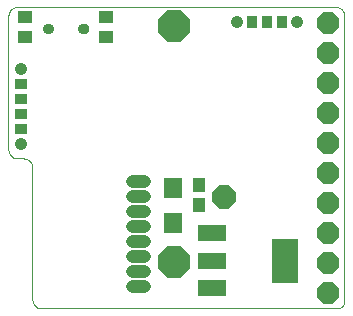
<source format=gbs>
G75*
%MOIN*%
%OFA0B0*%
%FSLAX25Y25*%
%IPPOS*%
%LPD*%
%AMOC8*
5,1,8,0,0,1.08239X$1,22.5*
%
%ADD10C,0.00000*%
%ADD11C,0.04400*%
%ADD12R,0.04731X0.04337*%
%ADD13R,0.03900X0.03600*%
%ADD14C,0.04200*%
%ADD15R,0.03600X0.03900*%
%ADD16OC8,0.10400*%
%ADD17C,0.03550*%
%ADD18OC8,0.07400*%
%ADD19R,0.09200X0.05200*%
%ADD20R,0.09061X0.14573*%
%ADD21R,0.04337X0.04731*%
%ADD22R,0.05912X0.06699*%
%ADD23OC8,0.08000*%
D10*
X0086078Y0053500D02*
X0086185Y0053498D01*
X0086292Y0053492D01*
X0086399Y0053483D01*
X0086505Y0053469D01*
X0086611Y0053452D01*
X0086716Y0053431D01*
X0086820Y0053407D01*
X0086923Y0053378D01*
X0087025Y0053346D01*
X0087126Y0053311D01*
X0087226Y0053272D01*
X0087324Y0053229D01*
X0087421Y0053183D01*
X0087516Y0053133D01*
X0087609Y0053080D01*
X0087700Y0053024D01*
X0087789Y0052964D01*
X0087876Y0052902D01*
X0087960Y0052836D01*
X0088043Y0052767D01*
X0088122Y0052696D01*
X0088199Y0052621D01*
X0088274Y0052544D01*
X0088345Y0052465D01*
X0088414Y0052382D01*
X0088480Y0052298D01*
X0088542Y0052211D01*
X0088602Y0052122D01*
X0088658Y0052031D01*
X0088711Y0051938D01*
X0088761Y0051843D01*
X0088807Y0051746D01*
X0088850Y0051648D01*
X0088889Y0051548D01*
X0088924Y0051447D01*
X0088956Y0051345D01*
X0088985Y0051242D01*
X0089009Y0051138D01*
X0089030Y0051033D01*
X0089047Y0050927D01*
X0089061Y0050821D01*
X0089070Y0050714D01*
X0089076Y0050607D01*
X0089078Y0050500D01*
X0089078Y0006500D01*
X0089080Y0006393D01*
X0089086Y0006286D01*
X0089095Y0006179D01*
X0089109Y0006073D01*
X0089126Y0005967D01*
X0089147Y0005862D01*
X0089171Y0005758D01*
X0089200Y0005655D01*
X0089232Y0005553D01*
X0089267Y0005452D01*
X0089306Y0005352D01*
X0089349Y0005254D01*
X0089395Y0005157D01*
X0089445Y0005062D01*
X0089498Y0004969D01*
X0089554Y0004878D01*
X0089614Y0004789D01*
X0089676Y0004702D01*
X0089742Y0004618D01*
X0089811Y0004535D01*
X0089882Y0004456D01*
X0089957Y0004379D01*
X0090034Y0004304D01*
X0090113Y0004233D01*
X0090196Y0004164D01*
X0090280Y0004098D01*
X0090367Y0004036D01*
X0090456Y0003976D01*
X0090547Y0003920D01*
X0090640Y0003867D01*
X0090735Y0003817D01*
X0090832Y0003771D01*
X0090930Y0003728D01*
X0091030Y0003689D01*
X0091131Y0003654D01*
X0091233Y0003622D01*
X0091336Y0003593D01*
X0091440Y0003569D01*
X0091545Y0003548D01*
X0091651Y0003531D01*
X0091757Y0003517D01*
X0091864Y0003508D01*
X0091971Y0003502D01*
X0092078Y0003500D01*
X0190578Y0003500D01*
X0190676Y0003502D01*
X0190774Y0003508D01*
X0190872Y0003517D01*
X0190969Y0003531D01*
X0191066Y0003548D01*
X0191162Y0003569D01*
X0191257Y0003594D01*
X0191351Y0003622D01*
X0191443Y0003655D01*
X0191535Y0003690D01*
X0191625Y0003730D01*
X0191713Y0003772D01*
X0191800Y0003819D01*
X0191884Y0003868D01*
X0191967Y0003921D01*
X0192047Y0003977D01*
X0192126Y0004037D01*
X0192202Y0004099D01*
X0192275Y0004164D01*
X0192346Y0004232D01*
X0192414Y0004303D01*
X0192479Y0004376D01*
X0192541Y0004452D01*
X0192601Y0004531D01*
X0192657Y0004611D01*
X0192710Y0004694D01*
X0192759Y0004778D01*
X0192806Y0004865D01*
X0192848Y0004953D01*
X0192888Y0005043D01*
X0192923Y0005135D01*
X0192956Y0005227D01*
X0192984Y0005321D01*
X0193009Y0005416D01*
X0193030Y0005512D01*
X0193047Y0005609D01*
X0193061Y0005706D01*
X0193070Y0005804D01*
X0193076Y0005902D01*
X0193078Y0006000D01*
X0193078Y0101000D01*
X0193076Y0101107D01*
X0193070Y0101214D01*
X0193061Y0101321D01*
X0193047Y0101427D01*
X0193030Y0101533D01*
X0193009Y0101638D01*
X0192985Y0101742D01*
X0192956Y0101845D01*
X0192924Y0101947D01*
X0192889Y0102048D01*
X0192850Y0102148D01*
X0192807Y0102246D01*
X0192761Y0102343D01*
X0192711Y0102438D01*
X0192658Y0102531D01*
X0192602Y0102622D01*
X0192542Y0102711D01*
X0192480Y0102798D01*
X0192414Y0102882D01*
X0192345Y0102965D01*
X0192274Y0103044D01*
X0192199Y0103121D01*
X0192122Y0103196D01*
X0192043Y0103267D01*
X0191960Y0103336D01*
X0191876Y0103402D01*
X0191789Y0103464D01*
X0191700Y0103524D01*
X0191609Y0103580D01*
X0191516Y0103633D01*
X0191421Y0103683D01*
X0191324Y0103729D01*
X0191226Y0103772D01*
X0191126Y0103811D01*
X0191025Y0103846D01*
X0190923Y0103878D01*
X0190820Y0103907D01*
X0190716Y0103931D01*
X0190611Y0103952D01*
X0190505Y0103969D01*
X0190399Y0103983D01*
X0190292Y0103992D01*
X0190185Y0103998D01*
X0190078Y0104000D01*
X0084120Y0104000D01*
X0084011Y0103998D01*
X0083903Y0103992D01*
X0083795Y0103983D01*
X0083687Y0103969D01*
X0083580Y0103952D01*
X0083474Y0103931D01*
X0083368Y0103906D01*
X0083263Y0103877D01*
X0083160Y0103844D01*
X0083057Y0103808D01*
X0082956Y0103769D01*
X0082857Y0103725D01*
X0082759Y0103678D01*
X0082663Y0103628D01*
X0082568Y0103574D01*
X0082476Y0103517D01*
X0082386Y0103457D01*
X0082298Y0103393D01*
X0082212Y0103327D01*
X0082129Y0103257D01*
X0082048Y0103185D01*
X0081970Y0103109D01*
X0081894Y0103031D01*
X0081822Y0102950D01*
X0081752Y0102867D01*
X0081686Y0102781D01*
X0081622Y0102693D01*
X0081562Y0102603D01*
X0081505Y0102511D01*
X0081451Y0102416D01*
X0081401Y0102320D01*
X0081354Y0102222D01*
X0081310Y0102123D01*
X0081271Y0102022D01*
X0081235Y0101919D01*
X0081202Y0101816D01*
X0081173Y0101711D01*
X0081148Y0101605D01*
X0081127Y0101499D01*
X0081110Y0101392D01*
X0081096Y0101284D01*
X0081087Y0101176D01*
X0081081Y0101068D01*
X0081079Y0100959D01*
X0081078Y0100959D02*
X0081078Y0056500D01*
X0081080Y0056393D01*
X0081086Y0056286D01*
X0081095Y0056179D01*
X0081109Y0056073D01*
X0081126Y0055967D01*
X0081147Y0055862D01*
X0081171Y0055758D01*
X0081200Y0055655D01*
X0081232Y0055553D01*
X0081267Y0055452D01*
X0081306Y0055352D01*
X0081349Y0055254D01*
X0081395Y0055157D01*
X0081445Y0055062D01*
X0081498Y0054969D01*
X0081554Y0054878D01*
X0081614Y0054789D01*
X0081676Y0054702D01*
X0081742Y0054618D01*
X0081811Y0054535D01*
X0081882Y0054456D01*
X0081957Y0054379D01*
X0082034Y0054304D01*
X0082113Y0054233D01*
X0082196Y0054164D01*
X0082280Y0054098D01*
X0082367Y0054036D01*
X0082456Y0053976D01*
X0082547Y0053920D01*
X0082640Y0053867D01*
X0082735Y0053817D01*
X0082832Y0053771D01*
X0082930Y0053728D01*
X0083030Y0053689D01*
X0083131Y0053654D01*
X0083233Y0053622D01*
X0083336Y0053593D01*
X0083440Y0053569D01*
X0083545Y0053548D01*
X0083651Y0053531D01*
X0083757Y0053517D01*
X0083864Y0053508D01*
X0083971Y0053502D01*
X0084078Y0053500D01*
X0086078Y0053500D01*
X0092722Y0096804D02*
X0092724Y0096883D01*
X0092730Y0096962D01*
X0092740Y0097041D01*
X0092754Y0097119D01*
X0092771Y0097196D01*
X0092793Y0097272D01*
X0092818Y0097347D01*
X0092848Y0097420D01*
X0092880Y0097492D01*
X0092917Y0097563D01*
X0092957Y0097631D01*
X0093000Y0097697D01*
X0093046Y0097761D01*
X0093096Y0097823D01*
X0093149Y0097882D01*
X0093204Y0097938D01*
X0093263Y0097992D01*
X0093324Y0098042D01*
X0093387Y0098090D01*
X0093453Y0098134D01*
X0093521Y0098175D01*
X0093591Y0098212D01*
X0093662Y0098246D01*
X0093736Y0098276D01*
X0093810Y0098302D01*
X0093886Y0098324D01*
X0093963Y0098343D01*
X0094041Y0098358D01*
X0094119Y0098369D01*
X0094198Y0098376D01*
X0094277Y0098379D01*
X0094356Y0098378D01*
X0094435Y0098373D01*
X0094514Y0098364D01*
X0094592Y0098351D01*
X0094669Y0098334D01*
X0094746Y0098314D01*
X0094821Y0098289D01*
X0094895Y0098261D01*
X0094968Y0098229D01*
X0095038Y0098194D01*
X0095107Y0098155D01*
X0095174Y0098112D01*
X0095239Y0098066D01*
X0095301Y0098018D01*
X0095361Y0097966D01*
X0095418Y0097911D01*
X0095472Y0097853D01*
X0095523Y0097793D01*
X0095571Y0097730D01*
X0095616Y0097665D01*
X0095658Y0097597D01*
X0095696Y0097528D01*
X0095730Y0097457D01*
X0095761Y0097384D01*
X0095789Y0097309D01*
X0095812Y0097234D01*
X0095832Y0097157D01*
X0095848Y0097080D01*
X0095860Y0097001D01*
X0095868Y0096923D01*
X0095872Y0096844D01*
X0095872Y0096764D01*
X0095868Y0096685D01*
X0095860Y0096607D01*
X0095848Y0096528D01*
X0095832Y0096451D01*
X0095812Y0096374D01*
X0095789Y0096299D01*
X0095761Y0096224D01*
X0095730Y0096151D01*
X0095696Y0096080D01*
X0095658Y0096011D01*
X0095616Y0095943D01*
X0095571Y0095878D01*
X0095523Y0095815D01*
X0095472Y0095755D01*
X0095418Y0095697D01*
X0095361Y0095642D01*
X0095301Y0095590D01*
X0095239Y0095542D01*
X0095174Y0095496D01*
X0095107Y0095453D01*
X0095038Y0095414D01*
X0094968Y0095379D01*
X0094895Y0095347D01*
X0094821Y0095319D01*
X0094746Y0095294D01*
X0094669Y0095274D01*
X0094592Y0095257D01*
X0094514Y0095244D01*
X0094435Y0095235D01*
X0094356Y0095230D01*
X0094277Y0095229D01*
X0094198Y0095232D01*
X0094119Y0095239D01*
X0094041Y0095250D01*
X0093963Y0095265D01*
X0093886Y0095284D01*
X0093810Y0095306D01*
X0093736Y0095332D01*
X0093662Y0095362D01*
X0093591Y0095396D01*
X0093521Y0095433D01*
X0093453Y0095474D01*
X0093387Y0095518D01*
X0093324Y0095566D01*
X0093263Y0095616D01*
X0093204Y0095670D01*
X0093149Y0095726D01*
X0093096Y0095785D01*
X0093046Y0095847D01*
X0093000Y0095911D01*
X0092957Y0095977D01*
X0092917Y0096045D01*
X0092880Y0096116D01*
X0092848Y0096188D01*
X0092818Y0096261D01*
X0092793Y0096336D01*
X0092771Y0096412D01*
X0092754Y0096489D01*
X0092740Y0096567D01*
X0092730Y0096646D01*
X0092724Y0096725D01*
X0092722Y0096804D01*
X0104533Y0096804D02*
X0104535Y0096883D01*
X0104541Y0096962D01*
X0104551Y0097041D01*
X0104565Y0097119D01*
X0104582Y0097196D01*
X0104604Y0097272D01*
X0104629Y0097347D01*
X0104659Y0097420D01*
X0104691Y0097492D01*
X0104728Y0097563D01*
X0104768Y0097631D01*
X0104811Y0097697D01*
X0104857Y0097761D01*
X0104907Y0097823D01*
X0104960Y0097882D01*
X0105015Y0097938D01*
X0105074Y0097992D01*
X0105135Y0098042D01*
X0105198Y0098090D01*
X0105264Y0098134D01*
X0105332Y0098175D01*
X0105402Y0098212D01*
X0105473Y0098246D01*
X0105547Y0098276D01*
X0105621Y0098302D01*
X0105697Y0098324D01*
X0105774Y0098343D01*
X0105852Y0098358D01*
X0105930Y0098369D01*
X0106009Y0098376D01*
X0106088Y0098379D01*
X0106167Y0098378D01*
X0106246Y0098373D01*
X0106325Y0098364D01*
X0106403Y0098351D01*
X0106480Y0098334D01*
X0106557Y0098314D01*
X0106632Y0098289D01*
X0106706Y0098261D01*
X0106779Y0098229D01*
X0106849Y0098194D01*
X0106918Y0098155D01*
X0106985Y0098112D01*
X0107050Y0098066D01*
X0107112Y0098018D01*
X0107172Y0097966D01*
X0107229Y0097911D01*
X0107283Y0097853D01*
X0107334Y0097793D01*
X0107382Y0097730D01*
X0107427Y0097665D01*
X0107469Y0097597D01*
X0107507Y0097528D01*
X0107541Y0097457D01*
X0107572Y0097384D01*
X0107600Y0097309D01*
X0107623Y0097234D01*
X0107643Y0097157D01*
X0107659Y0097080D01*
X0107671Y0097001D01*
X0107679Y0096923D01*
X0107683Y0096844D01*
X0107683Y0096764D01*
X0107679Y0096685D01*
X0107671Y0096607D01*
X0107659Y0096528D01*
X0107643Y0096451D01*
X0107623Y0096374D01*
X0107600Y0096299D01*
X0107572Y0096224D01*
X0107541Y0096151D01*
X0107507Y0096080D01*
X0107469Y0096011D01*
X0107427Y0095943D01*
X0107382Y0095878D01*
X0107334Y0095815D01*
X0107283Y0095755D01*
X0107229Y0095697D01*
X0107172Y0095642D01*
X0107112Y0095590D01*
X0107050Y0095542D01*
X0106985Y0095496D01*
X0106918Y0095453D01*
X0106849Y0095414D01*
X0106779Y0095379D01*
X0106706Y0095347D01*
X0106632Y0095319D01*
X0106557Y0095294D01*
X0106480Y0095274D01*
X0106403Y0095257D01*
X0106325Y0095244D01*
X0106246Y0095235D01*
X0106167Y0095230D01*
X0106088Y0095229D01*
X0106009Y0095232D01*
X0105930Y0095239D01*
X0105852Y0095250D01*
X0105774Y0095265D01*
X0105697Y0095284D01*
X0105621Y0095306D01*
X0105547Y0095332D01*
X0105473Y0095362D01*
X0105402Y0095396D01*
X0105332Y0095433D01*
X0105264Y0095474D01*
X0105198Y0095518D01*
X0105135Y0095566D01*
X0105074Y0095616D01*
X0105015Y0095670D01*
X0104960Y0095726D01*
X0104907Y0095785D01*
X0104857Y0095847D01*
X0104811Y0095911D01*
X0104768Y0095977D01*
X0104728Y0096045D01*
X0104691Y0096116D01*
X0104659Y0096188D01*
X0104629Y0096261D01*
X0104604Y0096336D01*
X0104582Y0096412D01*
X0104565Y0096489D01*
X0104551Y0096567D01*
X0104541Y0096646D01*
X0104535Y0096725D01*
X0104533Y0096804D01*
D11*
X0122366Y0046134D02*
X0126366Y0046134D01*
X0126366Y0041134D02*
X0122366Y0041134D01*
X0122366Y0036134D02*
X0126366Y0036134D01*
X0126366Y0031134D02*
X0122366Y0031134D01*
X0122366Y0026134D02*
X0126366Y0026134D01*
X0126366Y0021134D02*
X0122366Y0021134D01*
X0122366Y0016134D02*
X0126366Y0016134D01*
X0126366Y0011134D02*
X0122366Y0011134D01*
D12*
X0113705Y0094053D03*
X0113705Y0100746D03*
X0086455Y0100521D03*
X0086455Y0093829D03*
D13*
X0085141Y0078479D03*
X0085141Y0073479D03*
X0085141Y0068479D03*
X0085141Y0063479D03*
D14*
X0085141Y0058479D03*
X0085141Y0083479D03*
X0157279Y0098852D03*
X0177279Y0098852D03*
D15*
X0172279Y0098852D03*
X0167279Y0098852D03*
X0162279Y0098852D03*
D16*
X0136244Y0097656D03*
X0136244Y0018916D03*
D17*
X0106108Y0096804D03*
X0094297Y0096804D03*
D18*
X0187578Y0098750D03*
X0187578Y0088750D03*
X0187578Y0078750D03*
X0187578Y0068750D03*
X0187578Y0058750D03*
X0187578Y0048750D03*
X0187578Y0038750D03*
X0187578Y0028750D03*
X0187578Y0018750D03*
X0187578Y0008750D03*
D19*
X0148978Y0010300D03*
X0148978Y0019400D03*
X0148978Y0028500D03*
D20*
X0173379Y0019400D03*
D21*
X0144678Y0037854D03*
X0144678Y0044546D03*
D22*
X0135878Y0043706D03*
X0135878Y0031894D03*
D23*
X0153078Y0040500D03*
M02*

</source>
